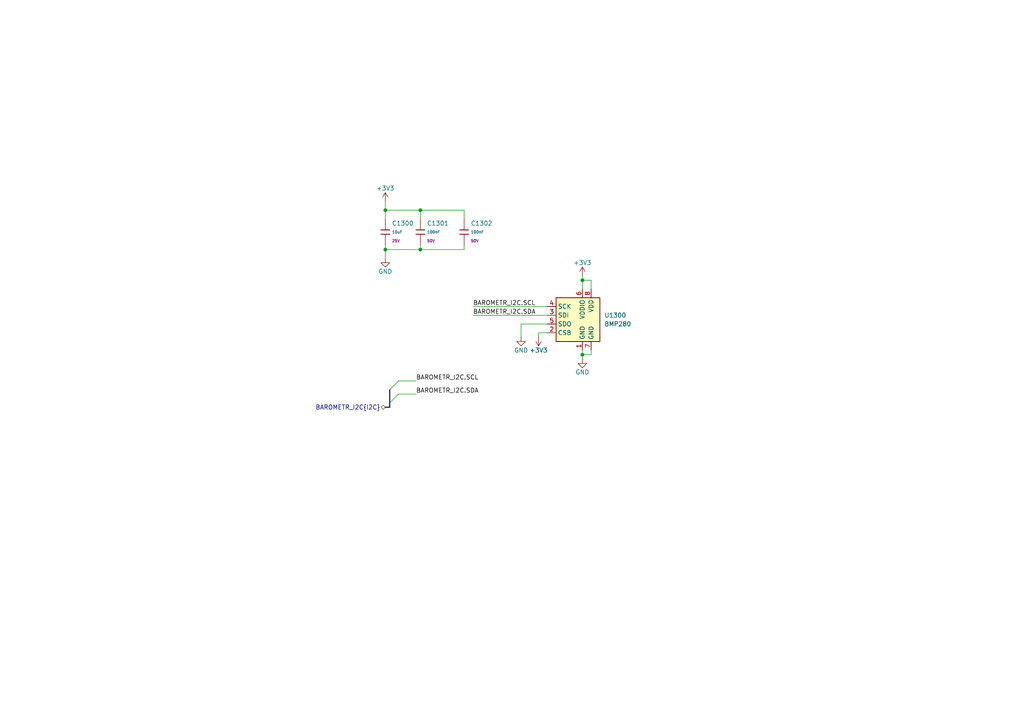
<source format=kicad_sch>
(kicad_sch (version 20250114) (generator "eeschema") (generator_version "9.0")
  (paper "A4")
  (title_block (title "ModuCard nav module") (date "2025-04-20") (comment 1 "Base project authors: Dominik Pluta, Artem Horiunov") (comment 2 "Project author: Patryk Dudziński"))
  (lib_symbols
    (symbol "PCM_JLCPCB-Capacitors:0402,100nF,(2)" (pin_numbers (hide yes)) (pin_names (offset 0))
      (property "Reference" "C" (at 2.032 1.668 0))
      (property "Value" "100nF" (at 2.032 -0.3782 0))
      (property "Voltage Rated" "50V" (at 2.032 -2.0462 0))
      (symbol "0402,100nF,(2)_0_1"
        (polyline (pts (xy -1.27 0.635) (xy 1.27 0.635)) (stroke (width 0.254)))
        (polyline (pts (xy -1.27 -0.635) (xy 1.27 -0.635)) (stroke (width 0.254)))
      )
      (symbol "0402,100nF,(2)_1_1"
        (pin passive line (at 0 3.81 270) (length 3.175) (name "~") (number "1"))
        (pin passive line (at 0 -3.81 90) (length 3.175) (name "~") (number "2"))
      )
    )
    (symbol "PCM_JLCPCB-Capacitors:0603,10uF,(2)" (pin_numbers (hide yes)) (pin_names (offset 0))
      (property "Reference" "C" (at 2.032 1.668 0))
      (property "Value" "10uF" (at 2.032 -0.3782 0))
      (property "Voltage Rated" "25V" (at 2.032 -2.0462 0))
      (symbol "0603,10uF,(2)_0_1"
        (polyline (pts (xy -1.27 0.635) (xy 1.27 0.635)) (stroke (width 0.254)))
        (polyline (pts (xy -1.27 -0.635) (xy 1.27 -0.635)) (stroke (width 0.254)))
      )
      (symbol "0603,10uF,(2)_1_1"
        (pin passive line (at 0 3.81 270) (length 3.175) (name "~") (number "1"))
        (pin passive line (at 0 -3.81 90) (length 3.175) (name "~") (number "2"))
      )
    )
    (symbol "Sensor_Pressure:BMP280"
      (property "Reference" "U" (at -7.62 10.16 0))
      (property "Value" "BMP280" (at 5.08 10.16 0))
      (symbol "BMP280_0_1"
        (rectangle (start -7.62 -5.08) (end 5.08 7.62) (stroke (width 0.254)) (fill (type background)))
      )
      (symbol "BMP280_1_1"
        (pin input line (at -10.16 5.08 0) (length 2.54) (name "SCK") (number "4"))
        (pin bidirectional line (at -10.16 2.54 0) (length 2.54) (name "SDI") (number "3"))
        (pin bidirectional line (at -10.16 0 0) (length 2.54) (name "SDO") (number "5"))
        (pin input line (at -10.16 -2.54 0) (length 2.54) (name "CSB") (number "2"))
        (pin power_in line (at 0 10.16 270) (length 2.54) (name "VDDIO") (number "6"))
        (pin power_in line (at 0 -7.62 90) (length 2.54) (name "GND") (number "1"))
        (pin power_in line (at 2.54 10.16 270) (length 2.54) (name "VDD") (number "8"))
        (pin power_in line (at 2.54 -7.62 90) (length 2.54) (name "GND") (number "7"))
      )
    )
    (symbol "power:+5V" (power) (pin_numbers (hide yes)) (pin_names (offset 0) (hide yes))
      (property "Value" "+5V" (at 0 3.556 0))
      (symbol "+5V_0_1"
        (polyline (pts (xy -0.762 1.27) (xy 0 2.54)))
        (polyline (pts (xy 0 2.54) (xy 0.762 1.27)))
        (polyline (pts (xy 0 0) (xy 0 2.54)))
      )
      (symbol "+5V_1_1"
        (pin power_in line (at 0 0 90) (length 0) (name "~") (number "1"))
      )
    )
    (symbol "power:GND" (power) (pin_numbers (hide yes)) (pin_names (offset 0) (hide yes))
      (property "Value" "GND" (at 0 -3.81 0))
      (symbol "GND_0_1"
        (polyline (pts (xy 0 0) (xy 0 -1.27) (xy 1.27 -1.27) (xy 0 -2.54) (xy -1.27 -1.27) (xy 0 -1.27)))
      )
      (symbol "GND_1_1"
        (pin power_in line (at 0 0 270) (length 0) (name "~") (number "1"))
      )
    )
  )
  (junction (at 121.92 60.96))
  (junction (at 111.76 72.39))
  (junction (at 168.91 102.87))
  (junction (at 111.76 60.96))
  (junction (at 121.92 72.39))
  (junction (at 168.91 81.28))
  (bus_entry (at 113.03 116.84) (size 2.54 -2.54))
  (bus_entry (at 113.03 113.03) (size 2.54 -2.54))
  (wire (pts (xy 115.57 110.49) (xy 120.65 110.49)))
  (wire (pts (xy 171.45 101.6) (xy 171.45 102.87)))
  (wire (pts (xy 111.76 71.12) (xy 111.76 72.39)))
  (wire (pts (xy 168.91 80.01) (xy 168.91 81.28)))
  (wire (pts (xy 151.13 93.98) (xy 151.13 97.79)))
  (wire (pts (xy 134.62 60.96) (xy 121.92 60.96)))
  (wire (pts (xy 171.45 81.28) (xy 168.91 81.28)))
  (bus (pts (xy 113.03 113.03) (xy 113.03 116.84)))
  (bus (pts (xy 111.76 118.11) (xy 113.03 118.11)))
  (wire (pts (xy 156.21 96.52) (xy 156.21 97.79)))
  (wire (pts (xy 137.16 91.44) (xy 158.75 91.44)))
  (wire (pts (xy 121.92 60.96) (xy 121.92 63.5)))
  (wire (pts (xy 134.62 71.12) (xy 134.62 72.39)))
  (wire (pts (xy 115.57 114.3) (xy 120.65 114.3)))
  (wire (pts (xy 134.62 72.39) (xy 121.92 72.39)))
  (wire (pts (xy 168.91 101.6) (xy 168.91 102.87)))
  (wire (pts (xy 171.45 102.87) (xy 168.91 102.87)))
  (wire (pts (xy 111.76 72.39) (xy 111.76 74.93)))
  (wire (pts (xy 111.76 72.39) (xy 121.92 72.39)))
  (wire (pts (xy 171.45 83.82) (xy 171.45 81.28)))
  (bus (pts (xy 113.03 116.84) (xy 113.03 118.11)))
  (wire (pts (xy 111.76 58.42) (xy 111.76 60.96)))
  (wire (pts (xy 158.75 93.98) (xy 151.13 93.98)))
  (wire (pts (xy 137.16 88.9) (xy 158.75 88.9)))
  (wire (pts (xy 121.92 71.12) (xy 121.92 72.39)))
  (wire (pts (xy 134.62 63.5) (xy 134.62 60.96)))
  (wire (pts (xy 121.92 60.96) (xy 111.76 60.96)))
  (wire (pts (xy 111.76 60.96) (xy 111.76 63.5)))
  (wire (pts (xy 168.91 81.28) (xy 168.91 83.82)))
  (wire (pts (xy 168.91 102.87) (xy 168.91 104.14)))
  (wire (pts (xy 158.75 96.52) (xy 156.21 96.52)))
  (label "BAROMETR_I2C.SCL" (at 120.65 110.49 0))
  (label "BAROMETR_I2C.SDA" (at 120.65 114.3 0))
  (label "BAROMETR_I2C.SDA" (at 137.16 91.44 0))
  (label "BAROMETR_I2C.SCL" (at 137.16 88.9 0))
  (hierarchical_label "BAROMETR_I2C{I2C}" (shape bidirectional) (at 111.76 118.11 180))
  (symbol (lib_id "PCM_JLCPCB-Capacitors:0402,100nF,(2)") (at 121.92 67.31 0) (unit 1)
    (property "Reference" "C1301" (at 123.825 64.7699 0) (effects (justify left)))
    (property "Value" "100nF" (at 123.825 67.31 0) (effects (font (size 0.8 0.8)) (justify left)))
    (property "Footprint" "PCM_JLCPCB:C_0402" (effects (hide yes)))
    (property "Datasheet" "https://www.lcsc.com/datasheet/lcsc_datasheet_2304140030_Samsung-Electro-Mechanics-CL05B104KB54PNC_C307331.pdf" (effects (hide yes)))
    (property "Description" "50V 100nF X7R ±10% 0402 Multilayer Ceramic Capacitors MLCC - SMD/SMT ROHS" (effects (hide yes)))
    (property "LCSC" "C307331" (effects (hide yes)))
    (property "Stock" "5427590" (effects (hide yes)))
    (property "Price" "0.008USD" (effects (hide yes)))
    (property "Process" "SMT" (effects (hide yes)))
    (property "Minimum Qty" "20" (effects (hide yes)))
    (property "Attrition Qty" "10" (effects (hide yes)))
    (property "Class" "Basic Component" (effects (hide yes)))
    (property "Category" "Capacitors,Multilayer Ceramic Capacitors MLCC - SMD/SMT" (effects (hide yes)))
    (property "Manufacturer" "Samsung Electro-Mechanics" (effects (hide yes)))
    (property "Part" "CL05B104KB54PNC" (effects (hide yes)))
    (property "Voltage Rated" "50V" (at 123.825 69.85 0) (effects (font (size 0.8 0.8)) (justify left)))
    (property "Tolerance" "±10%" (effects (hide yes)))
    (property "Capacitance" "100nF" (effects (hide yes)))
    (property "Temperature Coefficient" "X7R" (effects (hide yes)))
  )
  (symbol (lib_id "power:GND") (at 111.76 74.93 0) (unit 1)
    (property "Reference" "#PWR01301" (effects (hide yes)))
    (property "Value" "GND" (at 111.76 78.74 0))
    (property "Description" "Power symbol creates a global label with name \"GND\" , ground" (effects (hide yes)))
  )
  (symbol (lib_id "PCM_JLCPCB-Capacitors:0603,10uF,(2)") (at 111.76 67.31 0) (unit 1)
    (property "Reference" "C1300" (at 113.665 64.77 0) (effects (justify left)))
    (property "Value" "10uF" (at 113.665 67.3101 0) (effects (font (size 0.8 0.8)) (justify left)))
    (property "Footprint" "PCM_JLCPCB:C_0603" (effects (hide yes)))
    (property "Datasheet" "https://www.lcsc.com/datasheet/lcsc_datasheet_2304140030_Samsung-Electro-Mechanics-CL10A106MA8NRNC_C96446.pdf" (effects (hide yes)))
    (property "Description" "25V 10uF X5R ±20% 0603 Multilayer Ceramic Capacitors MLCC - SMD/SMT ROHS" (effects (hide yes)))
    (property "LCSC" "C96446" (effects (hide yes)))
    (property "Stock" "4293394" (effects (hide yes)))
    (property "Price" "0.017USD" (effects (hide yes)))
    (property "Process" "SMT" (effects (hide yes)))
    (property "Minimum Qty" "20" (effects (hide yes)))
    (property "Attrition Qty" "8" (effects (hide yes)))
    (property "Class" "Basic Component" (effects (hide yes)))
    (property "Category" "Capacitors,Multilayer Ceramic Capacitors MLCC - SMD/SMT" (effects (hide yes)))
    (property "Manufacturer" "Samsung Electro-Mechanics" (effects (hide yes)))
    (property "Part" "CL10A106MA8NRNC" (effects (hide yes)))
    (property "Voltage Rated" "25V" (at 113.665 69.8501 0) (effects (font (size 0.8 0.8)) (justify left)))
    (property "Tolerance" "±20%" (effects (hide yes)))
    (property "Capacitance" "10uF" (effects (hide yes)))
    (property "Temperature Coefficient" "X5R" (effects (hide yes)))
  )
  (symbol (lib_id "power:+5V") (at 111.76 58.42 0) (unit 1)
    (property "Reference" "#PWR01300" (effects (hide yes)))
    (property "Value" "+3V3" (at 111.76 54.61 0))
    (property "Description" "Power symbol creates a global label with name \"+5V\"" (effects (hide yes)))
  )
  (symbol (lib_id "power:GND") (at 151.13 97.79 0) (unit 1)
    (property "Reference" "#PWR01302" (effects (hide yes)))
    (property "Value" "GND" (at 151.13 101.6 0))
    (property "Description" "Power symbol creates a global label with name \"GND\" , ground" (effects (hide yes)))
  )
  (symbol (lib_id "power:GND") (at 168.91 104.14 0) (unit 1)
    (property "Reference" "#PWR01305" (effects (hide yes)))
    (property "Value" "GND" (at 168.91 107.95 0))
    (property "Description" "Power symbol creates a global label with name \"GND\" , ground" (effects (hide yes)))
  )
  (symbol (lib_id "PCM_JLCPCB-Capacitors:0402,100nF,(2)") (at 134.62 67.31 0) (unit 1)
    (property "Reference" "C1302" (at 136.525 64.7699 0) (effects (justify left)))
    (property "Value" "100nF" (at 136.525 67.31 0) (effects (font (size 0.8 0.8)) (justify left)))
    (property "Footprint" "PCM_JLCPCB:C_0402" (effects (hide yes)))
    (property "Datasheet" "https://www.lcsc.com/datasheet/lcsc_datasheet_2304140030_Samsung-Electro-Mechanics-CL05B104KB54PNC_C307331.pdf" (effects (hide yes)))
    (property "Description" "50V 100nF X7R ±10% 0402 Multilayer Ceramic Capacitors MLCC - SMD/SMT ROHS" (effects (hide yes)))
    (property "LCSC" "C307331" (effects (hide yes)))
    (property "Stock" "5427590" (effects (hide yes)))
    (property "Price" "0.008USD" (effects (hide yes)))
    (property "Process" "SMT" (effects (hide yes)))
    (property "Minimum Qty" "20" (effects (hide yes)))
    (property "Attrition Qty" "10" (effects (hide yes)))
    (property "Class" "Basic Component" (effects (hide yes)))
    (property "Category" "Capacitors,Multilayer Ceramic Capacitors MLCC - SMD/SMT" (effects (hide yes)))
    (property "Manufacturer" "Samsung Electro-Mechanics" (effects (hide yes)))
    (property "Part" "CL05B104KB54PNC" (effects (hide yes)))
    (property "Voltage Rated" "50V" (at 136.525 69.85 0) (effects (font (size 0.8 0.8)) (justify left)))
    (property "Tolerance" "±10%" (effects (hide yes)))
    (property "Capacitance" "100nF" (effects (hide yes)))
    (property "Temperature Coefficient" "X7R" (effects (hide yes)))
  )
  (symbol (lib_id "Sensor_Pressure:BMP280") (at 168.91 93.98 0) (unit 1)
    (property "Reference" "U1300" (at 175.26 91.4399 0) (effects (justify left)))
    (property "Value" "BMP280" (at 175.26 93.9799 0) (effects (justify left)))
    (property "Footprint" "Package_LGA:Bosch_LGA-8_2x2.5mm_P0.65mm_ClockwisePinNumbering" (effects (hide yes)))
    (property "Datasheet" "https://ae-bst.resource.bosch.com/media/_tech/media/datasheets/BST-BMP280-DS001.pdf" (effects (hide yes)))
    (property "Description" "Absolute Barometric Pressure Sensor, LGA-8" (effects (hide yes)))
  )
  (symbol (lib_id "power:+5V") (at 156.21 97.79 180) (unit 1)
    (property "Reference" "#PWR01303" (effects (hide yes)))
    (property "Value" "+3V3" (at 156.21 101.6 0))
    (property "Description" "Power symbol creates a global label with name \"+5V\"" (effects (hide yes)))
  )
  (symbol (lib_id "power:+5V") (at 168.91 80.01 0) (unit 1)
    (property "Reference" "#PWR01304" (effects (hide yes)))
    (property "Value" "+3V3" (at 168.91 76.2 0))
    (property "Description" "Power symbol creates a global label with name \"+5V\"" (effects (hide yes)))
  )
)
</source>
